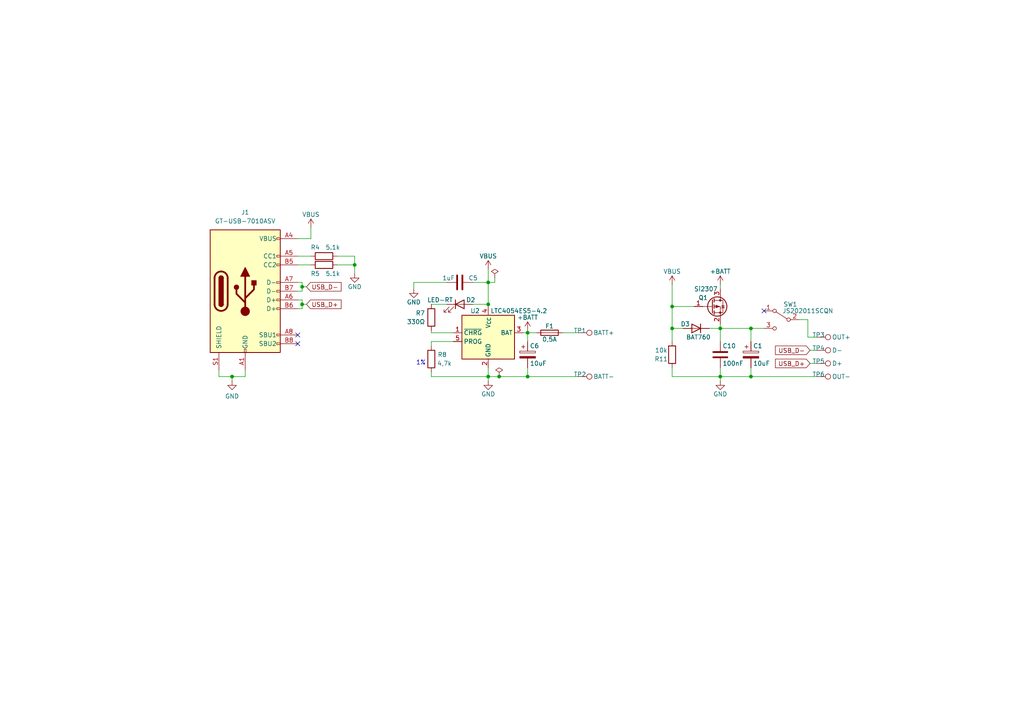
<source format=kicad_sch>
(kicad_sch (version 20230121) (generator eeschema)
  (paper "A4")
  (title_block (title "Lipo Charger") (date "2023-04-07") (rev "1.0"))
  (lib_symbols
    (symbol "Battery_Management:LTC4054ES5-4.2"
      (property "Reference" "U" (at -5.842 6.604 0))
      (property "Value" "LTC4054ES5-4.2" (at 1.524 6.604 0))
      (symbol "LTC4054ES5-4.2_0_1"
        (rectangle (start -7.62 5.08) (end 7.62 -7.62) (stroke (width 0.254)) (fill (type background)))
      )
      (symbol "LTC4054ES5-4.2_1_1"
        (pin open_collector line (at -10.16 0 0) (length 2.54) (name "~{CHRG}") (number "1"))
        (pin power_in line (at 0 -10.16 90) (length 2.54) (name "GND") (number "2"))
        (pin power_out line (at 10.16 0 180) (length 2.54) (name "BAT") (number "3"))
        (pin power_in line (at 0 7.62 270) (length 2.54) (name "V_{CC}") (number "4"))
        (pin bidirectional line (at -10.16 -2.54 0) (length 2.54) (name "PROG") (number "5"))
      )
    )
    (symbol "Connector:TestPoint" (pin_numbers hide) (pin_names (offset 0.762) hide)
      (property "Reference" "TP" (at 0 6.858 0))
      (property "Value" "TestPoint" (at 0 5.08 0))
      (symbol "TestPoint_0_1"
        (circle (center 0 3.302) (radius 0.762))
      )
      (symbol "TestPoint_1_1"
        (pin passive line (at 0 0 90) (length 2.54) (name "1") (number "1"))
      )
    )
    (symbol "Connector:USB_C_Receptacle_USB2.0" (pin_names (offset 1.016))
      (property "Reference" "J" (at -10.16 19.05 0))
      (property "Value" "USB_C_Receptacle_USB2.0" (at 19.05 19.05 0))
      (symbol "USB_C_Receptacle_USB2.0_0_0"
        (rectangle (start -0.254 -17.78) (end 0.254 -16.764))
        (rectangle (start 10.16 -14.986) (end 9.144 -15.494))
        (rectangle (start 10.16 -12.446) (end 9.144 -12.954))
        (rectangle (start 10.16 -4.826) (end 9.144 -5.334))
        (rectangle (start 10.16 -2.286) (end 9.144 -2.794))
        (rectangle (start 10.16 0.254) (end 9.144 -0.254))
        (rectangle (start 10.16 2.794) (end 9.144 2.286))
        (rectangle (start 10.16 7.874) (end 9.144 7.366))
        (rectangle (start 10.16 10.414) (end 9.144 9.906))
        (rectangle (start 10.16 15.494) (end 9.144 14.986))
      )
      (symbol "USB_C_Receptacle_USB2.0_0_1"
        (rectangle (start -10.16 17.78) (end 10.16 -17.78) (stroke (width 0.254)) (fill (type background)))
        (arc (start -8.89 -3.81) (mid -6.985 -5.7067) (end -5.08 -3.81) (stroke (width 0.508)))
        (arc (start -7.62 -3.81) (mid -6.985 -4.4423) (end -6.35 -3.81) (stroke (width 0.254)))
        (arc (start -7.62 -3.81) (mid -6.985 -4.4423) (end -6.35 -3.81) (stroke (width 0.254)) (fill (type outline)))
        (rectangle (start -7.62 -3.81) (end -6.35 3.81) (stroke (width 0.254)) (fill (type outline)))
        (arc (start -6.35 3.81) (mid -6.985 4.4423) (end -7.62 3.81) (stroke (width 0.254)))
        (arc (start -6.35 3.81) (mid -6.985 4.4423) (end -7.62 3.81) (stroke (width 0.254)) (fill (type outline)))
        (arc (start -5.08 3.81) (mid -6.985 5.7067) (end -8.89 3.81) (stroke (width 0.508)))
        (circle (center -2.54 1.143) (radius 0.635) (stroke (width 0.254)) (fill (type outline)))
        (circle (center 0 -5.842) (radius 1.27) (fill (type outline)))
        (polyline (pts (xy -8.89 -3.81) (xy -8.89 3.81)) (stroke (width 0.508)))
        (polyline (pts (xy -5.08 3.81) (xy -5.08 -3.81)) (stroke (width 0.508)))
        (polyline (pts (xy 0 -5.842) (xy 0 4.318)) (stroke (width 0.508)))
        (polyline (pts (xy 0 -3.302) (xy -2.54 -0.762) (xy -2.54 0.508)) (stroke (width 0.508)))
        (polyline (pts (xy 0 -2.032) (xy 2.54 0.508) (xy 2.54 1.778)) (stroke (width 0.508)))
        (polyline (pts (xy -1.27 4.318) (xy 0 6.858) (xy 1.27 4.318) (xy -1.27 4.318)) (stroke (width 0.254)) (fill (type outline)))
        (rectangle (start 1.905 1.778) (end 3.175 3.048) (stroke (width 0.254)) (fill (type outline)))
      )
      (symbol "USB_C_Receptacle_USB2.0_1_1"
        (pin passive line (at 0 -22.86 90) (length 5.08) (name "GND") (number "A1"))
        (pin passive line (at 0 -22.86 90) (length 5.08) hide (name "GND") (number "A12"))
        (pin passive line (at 15.24 15.24 180) (length 5.08) (name "VBUS") (number "A4"))
        (pin bidirectional line (at 15.24 10.16 180) (length 5.08) (name "CC1") (number "A5"))
        (pin bidirectional line (at 15.24 -2.54 180) (length 5.08) (name "D+") (number "A6"))
        (pin bidirectional line (at 15.24 2.54 180) (length 5.08) (name "D-") (number "A7"))
        (pin bidirectional line (at 15.24 -12.7 180) (length 5.08) (name "SBU1") (number "A8"))
        (pin passive line (at 15.24 15.24 180) (length 5.08) hide (name "VBUS") (number "A9"))
        (pin passive line (at 0 -22.86 90) (length 5.08) hide (name "GND") (number "B1"))
        (pin passive line (at 0 -22.86 90) (length 5.08) hide (name "GND") (number "B12"))
        (pin passive line (at 15.24 15.24 180) (length 5.08) hide (name "VBUS") (number "B4"))
        (pin bidirectional line (at 15.24 7.62 180) (length 5.08) (name "CC2") (number "B5"))
        (pin bidirectional line (at 15.24 -5.08 180) (length 5.08) (name "D+") (number "B6"))
        (pin bidirectional line (at 15.24 0 180) (length 5.08) (name "D-") (number "B7"))
        (pin bidirectional line (at 15.24 -15.24 180) (length 5.08) (name "SBU2") (number "B8"))
        (pin passive line (at 15.24 15.24 180) (length 5.08) hide (name "VBUS") (number "B9"))
        (pin passive line (at -7.62 -22.86 90) (length 5.08) (name "SHIELD") (number "S1"))
      )
    )
    (symbol "Device:C" (pin_numbers hide) (pin_names (offset 0.254))
      (property "Reference" "C" (at 0.635 2.54 0))
      (property "Value" "C" (at 0.635 -2.54 0))
      (symbol "C_0_1"
        (polyline (pts (xy -2.032 -0.762) (xy 2.032 -0.762)) (stroke (width 0.508)))
        (polyline (pts (xy -2.032 0.762) (xy 2.032 0.762)) (stroke (width 0.508)))
      )
      (symbol "C_1_1"
        (pin passive line (at 0 3.81 270) (length 2.794) (name "~") (number "1"))
        (pin passive line (at 0 -3.81 90) (length 2.794) (name "~") (number "2"))
      )
    )
    (symbol "Device:C_Polarized" (pin_numbers hide) (pin_names (offset 0.254))
      (property "Reference" "C" (at 0.635 2.54 0))
      (property "Value" "C_Polarized" (at 0.635 -2.54 0))
      (symbol "C_Polarized_0_1"
        (rectangle (start -2.286 0.508) (end 2.286 1.016))
        (polyline (pts (xy -1.778 2.286) (xy -0.762 2.286)))
        (polyline (pts (xy -1.27 2.794) (xy -1.27 1.778)))
        (rectangle (start 2.286 -0.508) (end -2.286 -1.016) (fill (type outline)))
      )
      (symbol "C_Polarized_1_1"
        (pin passive line (at 0 3.81 270) (length 2.794) (name "~") (number "1"))
        (pin passive line (at 0 -3.81 90) (length 2.794) (name "~") (number "2"))
      )
    )
    (symbol "Device:D" (pin_numbers hide) (pin_names (offset 1.016) hide)
      (property "Reference" "D" (at 0 2.54 0))
      (property "Value" "D" (at 0 -2.54 0))
      (symbol "D_0_1"
        (polyline (pts (xy -1.27 1.27) (xy -1.27 -1.27)) (stroke (width 0.254)))
        (polyline (pts (xy 1.27 0) (xy -1.27 0)))
        (polyline (pts (xy 1.27 1.27) (xy 1.27 -1.27) (xy -1.27 0) (xy 1.27 1.27)) (stroke (width 0.254)))
      )
      (symbol "D_1_1"
        (pin passive line (at -3.81 0 0) (length 2.54) (name "K") (number "1"))
        (pin passive line (at 3.81 0 180) (length 2.54) (name "A") (number "2"))
      )
    )
    (symbol "Device:Fuse" (pin_numbers hide) (pin_names (offset 0))
      (property "Reference" "F" (at 2.032 0 90))
      (property "Value" "Fuse" (at -1.905 0 90))
      (symbol "Fuse_0_1"
        (rectangle (start -0.762 -2.54) (end 0.762 2.54) (stroke (width 0.254)))
        (polyline (pts (xy 0 2.54) (xy 0 -2.54)))
      )
      (symbol "Fuse_1_1"
        (pin passive line (at 0 3.81 270) (length 1.27) (name "~") (number "1"))
        (pin passive line (at 0 -3.81 90) (length 1.27) (name "~") (number "2"))
      )
    )
    (symbol "Device:LED" (pin_numbers hide) (pin_names (offset 1.016) hide)
      (property "Reference" "D" (at 0 2.54 0))
      (property "Value" "LED" (at 0 -2.54 0))
      (symbol "LED_0_1"
        (polyline (pts (xy -1.27 -1.27) (xy -1.27 1.27)) (stroke (width 0.254)))
        (polyline (pts (xy -1.27 0) (xy 1.27 0)))
        (polyline (pts (xy 1.27 -1.27) (xy 1.27 1.27) (xy -1.27 0) (xy 1.27 -1.27)) (stroke (width 0.254)))
        (polyline (pts (xy -3.048 -0.762) (xy -4.572 -2.286) (xy -3.81 -2.286) (xy -4.572 -2.286) (xy -4.572 -1.524)))
        (polyline (pts (xy -1.778 -0.762) (xy -3.302 -2.286) (xy -2.54 -2.286) (xy -3.302 -2.286) (xy -3.302 -1.524)))
      )
      (symbol "LED_1_1"
        (pin passive line (at -3.81 0 0) (length 2.54) (name "K") (number "1"))
        (pin passive line (at 3.81 0 180) (length 2.54) (name "A") (number "2"))
      )
    )
    (symbol "Device:R" (pin_numbers hide) (pin_names (offset 0))
      (property "Reference" "R" (at 2.032 0 90))
      (property "Value" "R" (at 0 0 90))
      (symbol "R_0_1"
        (rectangle (start -1.016 -2.54) (end 1.016 2.54) (stroke (width 0.254)))
      )
      (symbol "R_1_1"
        (pin passive line (at 0 3.81 270) (length 1.27) (name "~") (number "1"))
        (pin passive line (at 0 -3.81 90) (length 1.27) (name "~") (number "2"))
      )
    )
    (symbol "Switch:SW_SPDT" (pin_names (offset 0) hide)
      (property "Reference" "SW" (at 0 4.318 0))
      (property "Value" "SW_SPDT" (at 0 -5.08 0))
      (symbol "SW_SPDT_0_0"
        (circle (center -2.032 0) (radius 0.508))
        (circle (center 2.032 -2.54) (radius 0.508))
      )
      (symbol "SW_SPDT_0_1"
        (polyline (pts (xy -1.524 0.254) (xy 1.651 2.286)))
        (circle (center 2.032 2.54) (radius 0.508))
      )
      (symbol "SW_SPDT_1_1"
        (pin passive line (at 5.08 2.54 180) (length 2.54) (name "A") (number "1"))
        (pin passive line (at -5.08 0 0) (length 2.54) (name "B") (number "2"))
        (pin passive line (at 5.08 -2.54 180) (length 2.54) (name "C") (number "3"))
      )
    )
    (symbol "Transistor_FET:AO3401A" (pin_names hide)
      (property "Reference" "Q" (at 5.08 1.905 0))
      (property "Value" "AO3401A" (at 5.08 0 0))
      (symbol "AO3401A_0_1"
        (polyline (pts (xy 0.254 0) (xy -2.54 0)))
        (polyline (pts (xy 0.254 1.905) (xy 0.254 -1.905)) (stroke (width 0.254)))
        (polyline (pts (xy 0.762 -1.27) (xy 0.762 -2.286)) (stroke (width 0.254)))
        (polyline (pts (xy 0.762 0.508) (xy 0.762 -0.508)) (stroke (width 0.254)))
        (polyline (pts (xy 0.762 2.286) (xy 0.762 1.27)) (stroke (width 0.254)))
        (polyline (pts (xy 2.54 2.54) (xy 2.54 1.778)))
        (polyline (pts (xy 2.54 -2.54) (xy 2.54 0) (xy 0.762 0)))
        (polyline (pts (xy 0.762 1.778) (xy 3.302 1.778) (xy 3.302 -1.778) (xy 0.762 -1.778)))
        (polyline (pts (xy 2.286 0) (xy 1.27 0.381) (xy 1.27 -0.381) (xy 2.286 0)) (fill (type outline)))
        (polyline (pts (xy 2.794 -0.508) (xy 2.921 -0.381) (xy 3.683 -0.381) (xy 3.81 -0.254)))
        (polyline (pts (xy 3.302 -0.381) (xy 2.921 0.254) (xy 3.683 0.254) (xy 3.302 -0.381)))
        (circle (center 1.651 0) (radius 2.794) (stroke (width 0.254)))
        (circle (center 2.54 -1.778) (radius 0.254) (fill (type outline)))
        (circle (center 2.54 1.778) (radius 0.254) (fill (type outline)))
      )
      (symbol "AO3401A_1_1"
        (pin input line (at -5.08 0 0) (length 2.54) (name "G") (number "1"))
        (pin passive line (at 2.54 -5.08 90) (length 2.54) (name "S") (number "2"))
        (pin passive line (at 2.54 5.08 270) (length 2.54) (name "D") (number "3"))
      )
    )
    (symbol "power:+BATT" (power) (pin_names (offset 0))
      (property "Value" "+BATT" (at 0 3.556 0))
      (symbol "+BATT_0_1"
        (polyline (pts (xy -0.762 1.27) (xy 0 2.54)))
        (polyline (pts (xy 0 0) (xy 0 2.54)))
        (polyline (pts (xy 0 2.54) (xy 0.762 1.27)))
      )
      (symbol "+BATT_1_1"
        (pin power_in line (at 0 0 90) (length 0) hide (name "+BATT") (number "1"))
      )
    )
    (symbol "power:GND" (power) (pin_names (offset 0))
      (property "Value" "GND" (at 0 -3.81 0))
      (symbol "GND_0_1"
        (polyline (pts (xy 0 0) (xy 0 -1.27) (xy 1.27 -1.27) (xy 0 -2.54) (xy -1.27 -1.27) (xy 0 -1.27)))
      )
      (symbol "GND_1_1"
        (pin power_in line (at 0 0 270) (length 0) hide (name "GND") (number "1"))
      )
    )
    (symbol "power:PWR_FLAG" (power) (pin_numbers hide) (pin_names (offset 0) hide)
      (property "Value" "PWR_FLAG" (at 0 3.81 0))
      (symbol "PWR_FLAG_0_0"
        (pin power_out line (at 0 0 90) (length 0) (name "pwr") (number "1"))
      )
      (symbol "PWR_FLAG_0_1"
        (polyline (pts (xy 0 0) (xy 0 1.27) (xy -1.016 1.905) (xy 0 2.54) (xy 1.016 1.905) (xy 0 1.27)))
      )
    )
    (symbol "power:VBUS" (power) (pin_names (offset 0))
      (property "Value" "VBUS" (at 0 3.81 0))
      (symbol "VBUS_0_1"
        (polyline (pts (xy -0.762 1.27) (xy 0 2.54)))
        (polyline (pts (xy 0 0) (xy 0 2.54)))
        (polyline (pts (xy 0 2.54) (xy 0.762 1.27)))
      )
      (symbol "VBUS_1_1"
        (pin power_in line (at 0 0 90) (length 0) hide (name "VBUS") (number "1"))
      )
    )
  )
  (junction (at 87.63 88.265))
  (junction (at 194.945 88.9))
  (junction (at 153.035 109.22))
  (junction (at 208.915 109.22))
  (junction (at 141.605 109.22))
  (junction (at 141.605 81.915))
  (junction (at 67.31 109.22))
  (junction (at 144.78 109.22))
  (junction (at 208.915 95.25))
  (junction (at 194.945 95.25))
  (junction (at 217.805 109.22))
  (junction (at 102.87 76.835))
  (junction (at 87.63 83.185))
  (junction (at 153.035 96.52))
  (junction (at 217.805 95.25))
  (junction (at 141.605 88.265))
  (no_connect (at 86.36 99.695))
  (no_connect (at 221.615 90.17))
  (no_connect (at 86.36 97.155))
  (wire (pts (xy 217.805 109.22) (xy 236.855 109.22)))
  (wire (pts (xy 87.63 84.455) (xy 87.63 83.185)))
  (wire (pts (xy 194.945 95.25) (xy 194.945 88.9)))
  (wire (pts (xy 144.78 109.22) (xy 141.605 109.22)))
  (wire (pts (xy 194.945 95.25) (xy 194.945 99.06)))
  (wire (pts (xy 71.12 107.315) (xy 71.12 109.22)))
  (wire (pts (xy 87.63 83.185) (xy 88.9 83.185)))
  (wire (pts (xy 90.17 69.215) (xy 90.17 66.04)))
  (wire (pts (xy 87.63 86.995) (xy 86.36 86.995)))
  (wire (pts (xy 153.035 95.885) (xy 153.035 96.52)))
  (wire (pts (xy 86.36 69.215) (xy 90.17 69.215)))
  (wire (pts (xy 163.195 96.52) (xy 167.64 96.52)))
  (wire (pts (xy 67.31 109.22) (xy 71.12 109.22)))
  (wire (pts (xy 143.51 80.645) (xy 143.51 81.915)))
  (wire (pts (xy 153.035 109.22) (xy 144.78 109.22)))
  (wire (pts (xy 125.095 95.885) (xy 125.095 96.52)))
  (wire (pts (xy 87.63 88.265) (xy 87.63 86.995)))
  (wire (pts (xy 221.615 95.25) (xy 217.805 95.25)))
  (wire (pts (xy 208.915 82.55) (xy 208.915 83.82)))
  (wire (pts (xy 137.16 88.265) (xy 141.605 88.265)))
  (wire (pts (xy 208.915 110.49) (xy 208.915 109.22)))
  (wire (pts (xy 125.095 96.52) (xy 131.445 96.52)))
  (wire (pts (xy 194.945 106.68) (xy 194.945 109.22)))
  (wire (pts (xy 86.36 89.535) (xy 87.63 89.535)))
  (wire (pts (xy 120.015 81.915) (xy 129.54 81.915)))
  (wire (pts (xy 208.915 95.25) (xy 208.915 99.06)))
  (wire (pts (xy 151.765 96.52) (xy 153.035 96.52)))
  (wire (pts (xy 141.605 109.22) (xy 141.605 110.49)))
  (wire (pts (xy 86.36 84.455) (xy 87.63 84.455)))
  (wire (pts (xy 86.36 76.835) (xy 90.17 76.835)))
  (wire (pts (xy 205.74 95.25) (xy 208.915 95.25)))
  (wire (pts (xy 125.095 99.06) (xy 125.095 100.33)))
  (wire (pts (xy 87.63 88.265) (xy 88.9 88.265)))
  (wire (pts (xy 141.605 88.265) (xy 141.605 88.9)))
  (wire (pts (xy 208.915 93.98) (xy 208.915 95.25)))
  (wire (pts (xy 236.855 97.79) (xy 234.315 97.79)))
  (wire (pts (xy 234.95 105.41) (xy 236.855 105.41)))
  (wire (pts (xy 63.5 109.22) (xy 67.31 109.22)))
  (wire (pts (xy 137.16 81.915) (xy 141.605 81.915)))
  (wire (pts (xy 153.035 96.52) (xy 155.575 96.52)))
  (wire (pts (xy 125.095 88.265) (xy 129.54 88.265)))
  (wire (pts (xy 87.63 89.535) (xy 87.63 88.265)))
  (wire (pts (xy 87.63 81.915) (xy 86.36 81.915)))
  (wire (pts (xy 141.605 106.68) (xy 141.605 109.22)))
  (wire (pts (xy 208.915 109.22) (xy 217.805 109.22)))
  (wire (pts (xy 86.36 74.295) (xy 90.17 74.295)))
  (wire (pts (xy 125.095 99.06) (xy 131.445 99.06)))
  (wire (pts (xy 141.605 78.105) (xy 141.605 81.915)))
  (wire (pts (xy 102.87 74.295) (xy 97.79 74.295)))
  (wire (pts (xy 102.87 76.835) (xy 102.87 74.295)))
  (wire (pts (xy 234.95 101.6) (xy 236.855 101.6)))
  (wire (pts (xy 217.805 106.68) (xy 217.805 109.22)))
  (wire (pts (xy 143.51 81.915) (xy 141.605 81.915)))
  (wire (pts (xy 87.63 83.185) (xy 87.63 81.915)))
  (wire (pts (xy 125.095 109.22) (xy 141.605 109.22)))
  (wire (pts (xy 153.035 106.68) (xy 153.035 109.22)))
  (wire (pts (xy 97.79 76.835) (xy 102.87 76.835)))
  (wire (pts (xy 125.095 107.95) (xy 125.095 109.22)))
  (wire (pts (xy 67.31 109.22) (xy 67.31 110.49)))
  (wire (pts (xy 153.035 109.22) (xy 167.64 109.22)))
  (wire (pts (xy 120.015 83.82) (xy 120.015 81.915)))
  (wire (pts (xy 194.945 82.55) (xy 194.945 88.9)))
  (wire (pts (xy 208.915 95.25) (xy 217.805 95.25)))
  (wire (pts (xy 198.12 95.25) (xy 194.945 95.25)))
  (wire (pts (xy 63.5 107.315) (xy 63.5 109.22)))
  (wire (pts (xy 208.915 106.68) (xy 208.915 109.22)))
  (wire (pts (xy 194.945 88.9) (xy 201.295 88.9)))
  (wire (pts (xy 194.945 109.22) (xy 208.915 109.22)))
  (wire (pts (xy 217.805 95.25) (xy 217.805 99.06)))
  (wire (pts (xy 153.035 96.52) (xy 153.035 99.06)))
  (wire (pts (xy 234.315 92.71) (xy 231.775 92.71)))
  (wire (pts (xy 234.315 97.79) (xy 234.315 92.71)))
  (wire (pts (xy 102.87 79.375) (xy 102.87 76.835)))
  (wire (pts (xy 141.605 81.915) (xy 141.605 88.265)))
  (text "1%" (at 120.65 106.045 0) (effects (font (size 1.27 1.27)) (justify left bottom)))
  (global_label "USB_D+" (shape input) (at 234.95 105.41 180) (property "Intersheetrefs" "${INTERSHEET_REFS}" (effects hide)))
  (global_label "USB_D-" (shape input) (at 88.9 83.185 0) (property "Intersheetrefs" "${INTERSHEET_REFS}" (effects hide)))
  (global_label "USB_D-" (shape input) (at 234.95 101.6 180) (property "Intersheetrefs" "${INTERSHEET_REFS}" (effects hide)))
  (global_label "USB_D+" (shape input) (at 88.9 88.265 0) (property "Intersheetrefs" "${INTERSHEET_REFS}" (effects hide)))
  (symbol (lib_id "power:VBUS") (at 141.605 78.105 0) (unit 1)
    (property "Reference" "#PWR09" (effects hide))
    (property "Value" "VBUS" (at 141.605 74.295 0))
  )
  (symbol (lib_id "power:PWR_FLAG") (at 144.78 109.22 0) (unit 1)
    (property "Reference" "#FLG02" (effects hide))
    (property "Value" "PWR_FLAG" (effects hide))
  )
  (symbol (lib_id "Connector:TestPoint") (at 167.64 109.22 270) (unit 1)
    (property "Reference" "TP2" (at 166.37 108.585 90) (effects (justify left)))
    (property "Value" "BATT-" (at 172.085 109.22 90) (effects (justify left)))
    (property "Footprint" "TestPoint:TestPoint_Pad_D2.5mm" (effects hide))
  )
  (symbol (lib_id "Device:R") (at 194.945 102.87 180) (unit 1)
    (property "Reference" "R11" (at 191.77 104.14 0))
    (property "Value" "10k" (at 191.77 101.6 0))
    (property "Footprint" "Resistor_SMD:R_0603_1608Metric_Pad0.98x0.95mm_HandSolder" (effects hide))
  )
  (symbol (lib_id "Device:C") (at 133.35 81.915 270) (unit 1)
    (property "Reference" "C5" (at 135.89 80.645 90) (effects (justify left)))
    (property "Value" "1uF" (at 128.27 80.645 90) (effects (justify left)))
    (property "Footprint" "Capacitor_SMD:C_0805_2012Metric_Pad1.18x1.45mm_HandSolder" (effects hide))
  )
  (symbol (lib_id "power:GND") (at 141.605 110.49 0) (unit 1)
    (property "Reference" "#PWR010" (effects hide))
    (property "Value" "GND" (at 141.605 114.3 0))
  )
  (symbol (lib_id "Device:R") (at 125.095 92.075 180) (unit 1)
    (property "Reference" "R7" (at 121.92 90.805 0))
    (property "Value" "330Ω" (at 120.65 93.345 0))
    (property "Footprint" "Resistor_SMD:R_0603_1608Metric_Pad0.98x0.95mm_HandSolder" (effects hide))
  )
  (symbol (lib_id "Connector:TestPoint") (at 236.855 109.22 270) (unit 1)
    (property "Reference" "TP6" (at 235.585 108.585 90) (effects (justify left)))
    (property "Value" "OUT-" (at 241.3 109.22 90) (effects (justify left)))
    (property "Footprint" "TestPoint:TestPoint_Pad_D2.0mm" (effects hide))
  )
  (symbol (lib_id "Device:C") (at 208.915 102.87 0) (unit 1)
    (property "Reference" "C10" (at 209.55 100.33 0) (effects (justify left)))
    (property "Value" "100nF" (at 209.55 105.41 0) (effects (justify left)))
    (property "Footprint" "Capacitor_SMD:C_0603_1608Metric_Pad1.08x0.95mm_HandSolder" (effects hide))
  )
  (symbol (lib_id "power:PWR_FLAG") (at 143.51 80.645 0) (unit 1)
    (property "Reference" "#FLG01" (effects hide))
    (property "Value" "PWR_FLAG" (effects hide))
  )
  (symbol (lib_id "Device:LED") (at 133.35 88.265 0) (unit 1)
    (property "Reference" "D2" (at 136.525 86.995 0))
    (property "Value" "LED-RT" (at 127.635 86.995 0))
    (property "Footprint" "LED_SMD:LED_0805_2012Metric_Pad1.15x1.40mm_HandSolder" (effects hide))
  )
  (symbol (lib_id "Connector:TestPoint") (at 236.855 101.6 270) (unit 1)
    (property "Reference" "TP4" (at 235.585 100.965 90) (effects (justify left)))
    (property "Value" "D-" (at 241.3 101.6 90) (effects (justify left)))
    (property "Footprint" "TestPoint:TestPoint_Pad_D2.0mm" (effects hide))
  )
  (symbol (lib_id "Device:R") (at 93.98 74.295 90) (unit 1)
    (property "Reference" "R4" (at 91.44 71.755 90))
    (property "Value" "5.1k" (at 96.52 71.755 90))
    (property "Footprint" "Resistor_SMD:R_0603_1608Metric_Pad0.98x0.95mm_HandSolder" (effects hide))
  )
  (symbol (lib_id "Connector:TestPoint") (at 236.855 97.79 270) (unit 1)
    (property "Reference" "TP3" (at 235.585 97.155 90) (effects (justify left)))
    (property "Value" "OUT+" (at 241.3 97.79 90) (effects (justify left)))
    (property "Footprint" "TestPoint:TestPoint_Pad_D2.0mm" (effects hide))
  )
  (symbol (lib_id "power:GND") (at 102.87 79.375 0) (unit 1)
    (property "Reference" "#PWR07" (effects hide))
    (property "Value" "GND" (at 102.87 83.185 0))
  )
  (symbol (lib_id "Transistor_FET:AO3401A") (at 206.375 88.9 0) (unit 1)
    (property "Reference" "Q1" (at 202.565 86.36 0) (effects (justify left)))
    (property "Value" "Si2307" (at 201.295 83.82 0) (effects (justify left)))
    (property "Footprint" "Package_TO_SOT_SMD:SOT-23" (effects hide))
    (property "Datasheet" "http://www.aosmd.com/pdfs/datasheet/AO3401A.pdf" (effects hide))
  )
  (symbol (lib_id "Device:C_Polarized") (at 153.035 102.87 0) (unit 1)
    (property "Reference" "C6" (at 153.67 100.33 0) (effects (justify left)))
    (property "Value" "10uF" (at 153.67 105.41 0) (effects (justify left)))
    (property "Footprint" "Capacitor_Tantalum_SMD:CP_EIA-2012-15_AVX-P_Pad1.30x1.05mm_HandSolder" (effects hide))
    (property "Mouser" "https://www.mouser.de/ProductDetail/Vishay-Sprague/TMCP1A106KTRF?qs=WatphXlIDnyDTfb6%252B2ANKA%3D%3D" (effects hide))
  )
  (symbol (lib_id "Connector:TestPoint") (at 167.64 96.52 270) (unit 1)
    (property "Reference" "TP1" (at 166.37 95.885 90) (effects (justify left)))
    (property "Value" "BATT+" (at 172.085 96.52 90) (effects (justify left)))
    (property "Footprint" "TestPoint:TestPoint_Pad_D2.5mm" (effects hide))
  )
  (symbol (lib_id "power:+BATT") (at 208.915 82.55 0) (unit 1)
    (property "Reference" "#PWR018" (effects hide))
    (property "Value" "+BATT" (at 208.915 78.74 0))
  )
  (symbol (lib_id "Connector:TestPoint") (at 236.855 105.41 270) (unit 1)
    (property "Reference" "TP5" (at 235.585 104.775 90) (effects (justify left)))
    (property "Value" "D+" (at 241.3 105.41 90) (effects (justify left)))
    (property "Footprint" "TestPoint:TestPoint_Pad_D2.0mm" (effects hide))
  )
  (symbol (lib_id "Battery_Management:LTC4054ES5-4.2") (at 141.605 96.52 0) (unit 1)
    (property "Reference" "U2" (at 137.795 90.17 0))
    (property "Value" "LTC4054ES5-4.2" (at 150.495 90.17 0))
    (property "Footprint" "Package_TO_SOT_SMD:TSOT-23-5" (effects hide))
    (property "Datasheet" "https://www.analog.com/media/en/technical-documentation/data-sheets/405442xf.pdf" (effects hide))
  )
  (symbol (lib_id "power:GND") (at 67.31 110.49 0) (unit 1)
    (property "Reference" "#PWR05" (effects hide))
    (property "Value" "GND" (at 67.31 114.935 0))
  )
  (symbol (lib_id "Connector:USB_C_Receptacle_USB2.0") (at 71.12 84.455 0) (unit 1)
    (property "Reference" "J1" (at 71.12 61.595 0))
    (property "Value" "GT-USB-7010ASV" (at 71.12 64.135 0))
    (property "Footprint" "Connector_USB:USB_C_Receptacle_G-Switch_GT-USB-7010ASV" (effects hide))
    (property "Datasheet" "https://www.usb.org/sites/default/files/documents/usb_type-c.zip" (effects hide))
  )
  (symbol (lib_id "power:+BATT") (at 153.035 95.885 0) (unit 1)
    (property "Reference" "#PWR011" (effects hide))
    (property "Value" "+BATT" (at 153.035 92.075 0))
  )
  (symbol (lib_id "Device:R") (at 93.98 76.835 90) (unit 1)
    (property "Reference" "R5" (at 91.44 79.375 90))
    (property "Value" "5.1k" (at 96.52 79.375 90))
    (property "Footprint" "Resistor_SMD:R_0603_1608Metric_Pad0.98x0.95mm_HandSolder" (effects hide))
  )
  (symbol (lib_id "power:GND") (at 208.915 110.49 0) (unit 1)
    (property "Reference" "#PWR017" (effects hide))
    (property "Value" "GND" (at 208.915 114.3 0))
  )
  (symbol (lib_id "power:VBUS") (at 90.17 66.04 0) (unit 1)
    (property "Reference" "#PWR06" (effects hide))
    (property "Value" "VBUS" (at 90.17 62.23 0))
  )
  (symbol (lib_id "Device:D") (at 201.93 95.25 180) (unit 1)
    (property "Reference" "D3" (at 198.755 93.98 0))
    (property "Value" "BAT760" (at 202.565 97.79 0))
    (property "Footprint" "Diode_SMD:D_SOD-123F" (effects hide))
    (property "Mouser" "https://www.mouser.de/ProductDetail/Panjit/MBR1020VL_R1_00001?qs=sPbYRqrBIVnPhpYjkMPWDA%3D%3D" (effects hide))
    (property "Sim.Device" "D" (effects hide))
    (property "Sim.Pins" "1=K 2=A" (effects hide))
  )
  (symbol (lib_id "Switch:SW_SPDT") (at 226.695 92.71 0) (mirror y) (unit 1)
    (property "Reference" "SW1" (at 229.235 88.265 0))
    (property "Value" "JS202011SCQN" (at 234.315 90.17 0))
    (property "Footprint" "JS202011SCQN:JS202011SCQN" (effects hide))
  )
  (symbol (lib_id "Device:R") (at 125.095 104.14 180) (unit 1)
    (property "Reference" "R8" (at 128.27 102.87 0))
    (property "Value" "4,7k" (at 128.905 105.41 0))
    (property "Footprint" "Resistor_SMD:R_0603_1608Metric_Pad0.98x0.95mm_HandSolder" (effects hide))
  )
  (symbol (lib_id "Device:C_Polarized") (at 217.805 102.87 0) (unit 1)
    (property "Reference" "C1" (at 218.44 100.33 0) (effects (justify left)))
    (property "Value" "10uF" (at 218.44 105.41 0) (effects (justify left)))
    (property "Footprint" "Capacitor_Tantalum_SMD:CP_EIA-2012-15_AVX-P_Pad1.30x1.05mm_HandSolder" (effects hide))
    (property "Mouser" "https://www.mouser.de/ProductDetail/Vishay-Sprague/TMCP1A106KTRF?qs=WatphXlIDnyDTfb6%252B2ANKA%3D%3D" (effects hide))
  )
  (symbol (lib_id "Device:Fuse") (at 159.385 96.52 90) (unit 1)
    (property "Reference" "F1" (at 159.385 94.615 90))
    (property "Value" "0,5A" (at 159.385 98.425 90))
    (property "Footprint" "Fuse:Fuse_1206_3216Metric_Pad1.42x1.75mm_HandSolder" (effects hide))
  )
  (symbol (lib_id "power:GND") (at 120.015 83.82 0) (unit 1)
    (property "Reference" "#PWR08" (effects hide))
    (property "Value" "GND" (at 120.015 87.63 0))
  )
  (symbol (lib_id "power:VBUS") (at 194.945 82.55 0) (unit 1)
    (property "Reference" "#PWR016" (effects hide))
    (property "Value" "VBUS" (at 194.945 78.74 0))
  )
)
</source>
